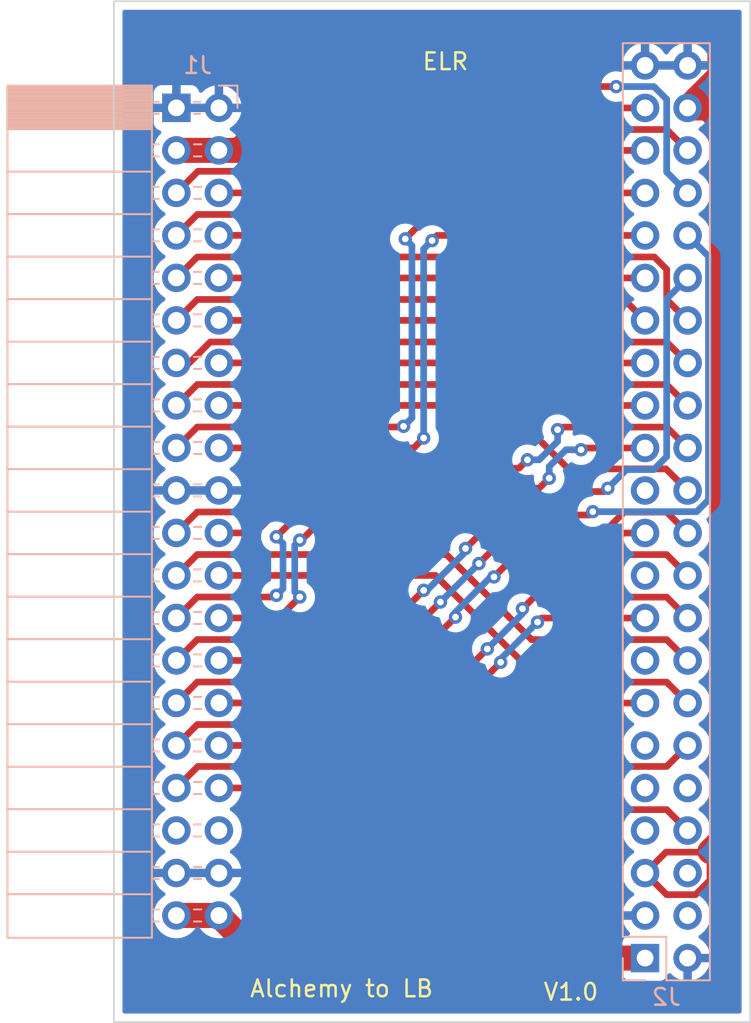
<source format=kicad_pcb>
(kicad_pcb (version 20211014) (generator pcbnew)
  (layers (0 "F.Cu" signal) (31 "B.Cu" signal) (34 "B.Paste" user) (35 "F.Paste" user) (36 "B.SilkS" user "B.Silkscreen") (37 "F.SilkS" user "F.Silkscreen") (38 "B.Mask" user) (39 "F.Mask" user) (44 "Edge.Cuts" user))
  (net 0 "")
  (net 1 "/I2C1_SDA")
  (net 2 "/I2C1_SCL")
  (net 3 "/I2C2_SDA")
  (net 4 "/I2C2_SCL")
  (net 5 "/ADC0")
  (net 6 "/ADC1")
  (net 7 "/ADC4")
  (net 8 "/ADC5")
  (net 9 "/ADC6")
  (net 10 "/ADC7")
  (net 11 "/ADC8")
  (net 12 "/ADC9")
  (net 13 "/GPIO0")
  (net 14 "/GPIO1")
  (net 15 "/GPIO2")
  (net 16 "/GPIO3")
  (net 28 "GND")
  (net 29 "+5V")
  (net 30 "/UART1_RX")
  (net 31 "/UART1_TX")
  (net 32 "/SPI1_MOSI")
  (net 33 "/SPI1_MISO")
  (net 34 "/SPI1_SCK")
  (net 35 "/SPI1_NCS")
  (net 36 "/SPI2_MOSI")
  (net 37 "/SPI2_MISO")
  (net 38 "/SPI2_SCK")
  (net 39 "/SPI2_NCS")
  (net 40 "/ADC2")
  (net 41 "/ADC3")
  (net 42 "/VM")
  (footprint "Connector_PinHeader_2.54mm:PinHeader_2x22_P2.54mm_Vertical" (layer "B.Cu") (at 163.725 126.175)
    (fp_text reference "J2" (at 1.27 2.33) (layer "B.SilkS") (effects (justify mirror)))
    (fp_text value "Conn_02x22_Odd_Even" hide)
    (fp_line (start 1.27 1.33) (end 3.87 1.33) (layer "B.SilkS") (width 0.12))
    (fp_line (start 1.27 -1.27) (end 1.27 1.33) (layer "B.SilkS") (width 0.12))
    (fp_line (start -1.33 -1.27) (end -1.33 -54.67) (layer "B.SilkS") (width 0.12))
    (fp_line (start -1.33 -1.27) (end 1.27 -1.27) (layer "B.SilkS") (width 0.12))
    (fp_line (start -1.33 1.33) (end 0 1.33) (layer "B.SilkS") (width 0.12))
    (fp_line (start 3.87 1.33) (end 3.87 -54.67) (layer "B.SilkS") (width 0.12))
    (fp_line (start -1.33 -54.67) (end 3.87 -54.67) (layer "B.SilkS") (width 0.12))
    (fp_line (start -1.33 0) (end -1.33 1.33) (layer "B.SilkS") (width 0.12))
    (pad "1" thru_hole rect locked (at 0 0) (size 1.7 1.7) (drill 1) (layers *.Cu *.Mask) (net 42 "/VM"))
    (pad "2" thru_hole oval locked (at 2.54 0) (size 1.7 1.7) (drill 1) (layers *.Cu *.Mask) (net 28 "GND"))
    (pad "3" thru_hole oval locked (at 0 -2.54) (size 1.7 1.7) (drill 1) (layers *.Cu *.Mask) (net 28 "GND"))
    (pad "4" thru_hole oval locked (at 2.54 -2.54) (size 1.7 1.7) (drill 1) (layers *.Cu *.Mask))
    (pad "5" thru_hole oval locked (at 0 -5.08) (size 1.7 1.7) (drill 1) (layers *.Cu *.Mask) (net 29 "+5V"))
    (pad "6" thru_hole oval locked (at 2.54 -5.08) (size 1.7 1.7) (drill 1) (layers *.Cu *.Mask))
    (pad "7" thru_hole oval locked (at 0 -7.62) (size 1.7 1.7) (drill 1) (layers *.Cu *.Mask))
    (pad "8" thru_hole oval locked (at 2.54 -7.62) (size 1.7 1.7) (drill 1) (layers *.Cu *.Mask) (net 16 "/GPIO3"))
    (pad "9" thru_hole oval locked (at 0 -10.16) (size 1.7 1.7) (drill 1) (layers *.Cu *.Mask))
    (pad "10" thru_hole oval locked (at 2.54 -10.16) (size 1.7 1.7) (drill 1) (layers *.Cu *.Mask))
    (pad "11" thru_hole oval locked (at 0 -12.7) (size 1.7 1.7) (drill 1) (layers *.Cu *.Mask))
    (pad "12" thru_hole oval locked (at 2.54 -12.7) (size 1.7 1.7) (drill 1) (layers *.Cu *.Mask) (net 15 "/GPIO2"))
    (pad "13" thru_hole oval locked (at 0 -15.24) (size 1.7 1.7) (drill 1) (layers *.Cu *.Mask) (net 14 "/GPIO1"))
    (pad "14" thru_hole oval locked (at 2.54 -15.24) (size 1.7 1.7) (drill 1) (layers *.Cu *.Mask) (net 41 "/ADC3"))
    (pad "15" thru_hole oval locked (at 0 -17.78) (size 1.7 1.7) (drill 1) (layers *.Cu *.Mask))
    (pad "16" thru_hole oval locked (at 2.54 -17.78) (size 1.7 1.7) (drill 1) (layers *.Cu *.Mask) (net 40 "/ADC2"))
    (pad "17" thru_hole oval locked (at 0 -20.32) (size 1.7 1.7) (drill 1) (layers *.Cu *.Mask) (net 13 "/GPIO0"))
    (pad "18" thru_hole oval locked (at 2.54 -20.32) (size 1.7 1.7) (drill 1) (layers *.Cu *.Mask) (net 12 "/ADC9"))
    (pad "19" thru_hole oval locked (at 0 -22.86) (size 1.7 1.7) (drill 1) (layers *.Cu *.Mask))
    (pad "20" thru_hole oval locked (at 2.54 -22.86) (size 1.7 1.7) (drill 1) (layers *.Cu *.Mask) (net 11 "/ADC8"))
    (pad "21" thru_hole oval locked (at 0 -25.4) (size 1.7 1.7) (drill 1) (layers *.Cu *.Mask) (net 10 "/ADC7"))
    (pad "22" thru_hole oval locked (at 2.54 -25.4) (size 1.7 1.7) (drill 1) (layers *.Cu *.Mask) (net 9 "/ADC6"))
    (pad "23" thru_hole oval locked (at 0 -27.94) (size 1.7 1.7) (drill 1) (layers *.Cu *.Mask))
    (pad "24" thru_hole oval locked (at 2.54 -27.94) (size 1.7 1.7) (drill 1) (layers *.Cu *.Mask) (net 39 "/SPI2_NCS"))
    (pad "25" thru_hole oval locked (at 0 -30.48) (size 1.7 1.7) (drill 1) (layers *.Cu *.Mask) (net 6 "/ADC1"))
    (pad "26" thru_hole oval locked (at 2.54 -30.48) (size 1.7 1.7) (drill 1) (layers *.Cu *.Mask) (net 5 "/ADC0"))
    (pad "27" thru_hole oval locked (at 0 -33.02) (size 1.7 1.7) (drill 1) (layers *.Cu *.Mask) (net 38 "/SPI2_SCK"))
    (pad "28" thru_hole oval locked (at 2.54 -33.02) (size 1.7 1.7) (drill 1) (layers *.Cu *.Mask) (net 37 "/SPI2_MISO"))
    (pad "29" thru_hole oval locked (at 0 -35.56) (size 1.7 1.7) (drill 1) (layers *.Cu *.Mask) (net 36 "/SPI2_MOSI"))
    (pad "30" thru_hole oval locked (at 2.54 -35.56) (size 1.7 1.7) (drill 1) (layers *.Cu *.Mask) (net 35 "/SPI1_NCS"))
    (pad "31" thru_hole oval locked (at 0 -38.1) (size 1.7 1.7) (drill 1) (layers *.Cu *.Mask) (net 34 "/SPI1_SCK"))
    (pad "32" thru_hole oval locked (at 2.54 -38.1) (size 1.7 1.7) (drill 1) (layers *.Cu *.Mask) (net 32 "/SPI1_MOSI"))
    (pad "33" thru_hole oval locked (at 0 -40.64) (size 1.7 1.7) (drill 1) (layers *.Cu *.Mask) (net 33 "/SPI1_MISO"))
    (pad "34" thru_hole oval locked (at 2.54 -40.64) (size 1.7 1.7) (drill 1) (layers *.Cu *.Mask) (net 7 "/ADC4"))
    (pad "35" thru_hole oval locked (at 0 -43.18) (size 1.7 1.7) (drill 1) (layers *.Cu *.Mask) (net 4 "/I2C2_SCL"))
    (pad "36" thru_hole oval locked (at 2.54 -43.18) (size 1.7 1.7) (drill 1) (layers *.Cu *.Mask) (net 8 "/ADC5"))
    (pad "37" thru_hole oval locked (at 0 -45.72) (size 1.7 1.7) (drill 1) (layers *.Cu *.Mask) (net 3 "/I2C2_SDA"))
    (pad "38" thru_hole oval locked (at 2.54 -45.72) (size 1.7 1.7) (drill 1) (layers *.Cu *.Mask) (net 1 "/I2C1_SDA"))
    (pad "39" thru_hole oval locked (at 0 -48.26) (size 1.7 1.7) (drill 1) (layers *.Cu *.Mask) (net 31 "/UART1_TX"))
    (pad "40" thru_hole oval locked (at 2.54 -48.26) (size 1.7 1.7) (drill 1) (layers *.Cu *.Mask) (net 30 "/UART1_RX"))
    (pad "41" thru_hole oval locked (at 0 -50.8) (size 1.7 1.7) (drill 1) (layers *.Cu *.Mask) (net 2 "/I2C1_SCL"))
    (pad "42" thru_hole oval locked (at 2.54 -50.8) (size 1.7 1.7) (drill 1) (layers *.Cu *.Mask) (net 29 "+5V"))
    (pad "43" thru_hole oval locked (at 0 -53.34) (size 1.7 1.7) (drill 1) (layers *.Cu *.Mask) (net 28 "GND"))
    (pad "44" thru_hole oval locked (at 2.54 -53.34) (size 1.7 1.7) (drill 1) (layers *.Cu *.Mask) (net 28 "GND"))
  )
  (footprint "pmod-conn_6x2:con_Alchemy_mirrored" (layer "B.Cu") (at 137 99.5 180)
    (fp_text reference "J1" (at 0 26.67 unlocked) (layer "B.SilkS") (effects (justify mirror)))
    (fp_text value "Conn_02x20_Odd_Even" hide)
    (fp_line (start 11.36 22.86) (end 2.73 22.86) (layer "B.SilkS") (width 0.12))
    (fp_line (start 2.73 -24.49) (end 2.32 -24.49) (layer "B.SilkS") (width 0.12))
    (fp_line (start 0.22 -13.61) (end -0.22 -13.61) (layer "B.SilkS") (width 0.12))
    (fp_line (start 11.36 10.16) (end 2.73 10.16) (layer "B.SilkS") (width 0.12))
    (fp_line (start 2.73 -16.87) (end 2.32 -16.87) (layer "B.SilkS") (width 0.12))
    (fp_line (start 0.22 1.63) (end -0.22 1.63) (layer "B.SilkS") (width 0.12))
    (fp_line (start 0.22 3.45) (end -0.22 3.45) (layer "B.SilkS") (width 0.12))
    (fp_line (start 11.36 24.277145) (end 2.73 24.277145) (layer "B.SilkS") (width 0.12))
    (fp_line (start 2.73 19.41) (end 2.32 19.41) (layer "B.SilkS") (width 0.12))
    (fp_line (start 0.22 21.95) (end -0.22 21.95) (layer "B.SilkS") (width 0.12))
    (fp_line (start 11.36 25.221905) (end 2.73 25.221905) (layer "B.SilkS") (width 0.12))
    (fp_line (start 2.73 -1.63) (end 2.32 -1.63) (layer "B.SilkS") (width 0.12))
    (fp_line (start 2.73 -4.17) (end 2.32 -4.17) (layer "B.SilkS") (width 0.12))
    (fp_line (start 2.73 -23.77) (end 2.32 -23.77) (layer "B.SilkS") (width 0.12))
    (fp_line (start 0.22 -21.95) (end -0.22 -21.95) (layer "B.SilkS") (width 0.12))
    (fp_line (start 0.22 -11.07) (end -0.22 -11.07) (layer "B.SilkS") (width 0.12))
    (fp_line (start 11.36 23.92286) (end 2.73 23.92286) (layer "B.SilkS") (width 0.12))
    (fp_line (start 2.73 25.46) (end 2.73 -25.46) (layer "B.SilkS") (width 0.12))
    (fp_line (start 0.22 18.69) (end -0.22 18.69) (layer "B.SilkS") (width 0.12))
    (fp_line (start 0.22 -21.23) (end -0.22 -21.23) (layer "B.SilkS") (width 0.12))
    (fp_line (start 11.36 2.54) (end 2.73 2.54) (layer "B.SilkS") (width 0.12))
    (fp_line (start 0.22 0.91) (end -0.22 0.91) (layer "B.SilkS") (width 0.12))
    (fp_line (start 2.73 23.77) (end 2.32 23.77) (layer "B.SilkS") (width 0.12))
    (fp_line (start -2.38 25.46) (end -2.38 24.13) (layer "B.SilkS") (width 0.12))
    (fp_line (start 11.36 15.24) (end 2.73 15.24) (layer "B.SilkS") (width 0.12))
    (fp_line (start 2.73 -11.07) (end 2.32 -11.07) (layer "B.SilkS") (width 0.12))
    (fp_line (start 2.73 -16.15) (end 2.32 -16.15) (layer "B.SilkS") (width 0.12))
    (fp_line (start 2.73 4.17) (end 2.32 4.17) (layer "B.SilkS") (width 0.12))
    (fp_line (start 2.73 16.87) (end 2.32 16.87) (layer "B.SilkS") (width 0.12))
    (fp_line (start 11.36 -12.7) (end 2.73 -12.7) (layer "B.SilkS") (width 0.12))
    (fp_line (start 11.36 -7.62) (end 2.73 -7.62) (layer "B.SilkS") (width 0.12))
    (fp_line (start 11.36 24.15905) (end 2.73 24.15905) (layer "B.SilkS") (width 0.12))
    (fp_line (start 0.22 -8.53) (end -0.22 -8.53) (layer "B.SilkS") (width 0.12))
    (fp_line (start 2.73 13.61) (end 2.32 13.61) (layer "B.SilkS") (width 0.12))
    (fp_line (start 11.36 25.46) (end 2.73 25.46) (layer "B.SilkS") (width 0.12))
    (fp_line (start 0.22 -5.99) (end -0.22 -5.99) (layer "B.SilkS") (width 0.12))
    (fp_line (start 2.73 -18.69) (end 2.32 -18.69) (layer "B.SilkS") (width 0.12))
    (fp_line (start 2.73 -8.53) (end 2.32 -8.53) (layer "B.SilkS") (width 0.12))
    (fp_line (start 0.22 -16.15) (end -0.22 -16.15) (layer "B.SilkS") (width 0.12))
    (fp_line (start 2.73 -6.71) (end 2.32 -6.71) (layer "B.SilkS") (width 0.12))
    (fp_line (start 11.36 24.86762) (end 2.73 24.86762) (layer "B.SilkS") (width 0.12))
    (fp_line (start 2.73 16.15) (end 2.32 16.15) (layer "B.SilkS") (width 0.12))
    (fp_line (start 0.22 14.33) (end -0.22 14.33) (layer "B.SilkS") (width 0.12))
    (fp_line (start 11.36 22.9781) (end 2.73 22.9781) (layer "B.SilkS") (width 0.12))
    (fp_line (start 2.73 9.25) (end 2.32 9.25) (layer "B.SilkS") (width 0.12))
    (fp_line (start 11.36 -17.78) (end 2.73 -17.78) (layer "B.SilkS") (width 0.12))
    (fp_line (start 11.36 23.096195) (end 2.73 23.096195) (layer "B.SilkS") (width 0.12))
    (fp_line (start 2.73 -14.33) (end 2.32 -14.33) (layer "B.SilkS") (width 0.12))
    (fp_line (start -1.27 25.46) (end -2.38 25.46) (layer "B.SilkS") (width 0.12))
    (fp_line (start 2.73 -0.91) (end 2.32 -0.91) (layer "B.SilkS") (width 0.12))
    (fp_line (start 2.73 -5.99) (end 2.32 -5.99) (layer "B.SilkS") (width 0.12))
    (fp_line (start 0.22 -19.41) (end -0.22 -19.41) (layer "B.SilkS") (width 0.12))
    (fp_line (start 2.73 18.69) (end 2.32 18.69) (layer "B.SilkS") (width 0.12))
    (fp_line (start 0.22 16.15) (end -0.22 16.15) (layer "B.SilkS") (width 0.12))
    (fp_line (start 11.36 23.332385) (end 2.73 23.332385) (layer "B.SilkS") (width 0.12))
    (fp_line (start 11.36 -22.86) (end 2.73 -22.86) (layer "B.SilkS") (width 0.12))
    (fp_line (start 2.73 5.99) (end 2.32 5.99) (layer "B.SilkS") (width 0.12))
    (fp_line (start 11.36 5.08) (end 2.73 5.08) (layer "B.SilkS") (width 0.12))
    (fp_line (start 2.73 -19.41) (end 2.32 -19.41) (layer "B.SilkS") (width 0.12))
    (fp_line (start 2.73 -11.79) (end 2.32 -11.79) (layer "B.SilkS") (width 0.12))
    (fp_line (start 0.22 -16.87) (end -0.22 -16.87) (layer "B.SilkS") (width 0.12))
    (fp_line (start 11.36 24.63143) (end 2.73 24.63143) (layer "B.SilkS") (width 0.12))
    (fp_line (start 11.36 -15.24) (end 2.73 -15.24) (layer "B.SilkS") (width 0.12))
    (fp_line (start 2.73 14.33) (end 2.32 14.33) (layer "B.SilkS") (width 0.12))
    (fp_line (start 2.73 21.23) (end 2.32 21.23) (layer "B.SilkS") (width 0.12))
    (fp_line (start 2.73 -9.25) (end 2.32 -9.25) (layer "B.SilkS") (width 0.12))
    (fp_line (start 0.22 4.17) (end -0.22 4.17) (layer "B.SilkS") (width 0.12))
    (fp_line (start 0.22 11.07) (end -0.22 11.07) (layer "B.SilkS") (width 0.12))
    (fp_line (start 11.36 7.62) (end 2.73 7.62) (layer "B.SilkS") (width 0.12))
    (fp_line (start 0.22 24.49) (end -0.16 24.49) (layer "B.SilkS") (width 0.12))
    (fp_line (start 0.22 9.25) (end -0.22 9.25) (layer "B.SilkS") (width 0.12))
    (fp_line (start 11.36 -5.08) (end 2.73 -5.08) (layer "B.SilkS") (width 0.12))
    (fp_line (start 11.36 12.7) (end 2.73 12.7) (layer "B.SilkS") (width 0.12))
    (fp_line (start 0.22 23.77) (end -0.16 23.77) (layer "B.SilkS") (width 0.12))
    (fp_line (start 11.36 17.78) (end 2.73 17.78) (layer "B.SilkS") (width 0.12))
    (fp_line (start 2.73 21.95) (end 2.32 21.95) (layer "B.SilkS") (width 0.12))
    (fp_line (start 11.36 25.46) (end 11.36 -25.46) (layer "B.SilkS") (width 0.12))
    (fp_line (start 11.36 -25.46) (end 2.73 -25.46) (layer "B.SilkS") (width 0.12))
    (fp_line (start 11.36 -10.16) (end 2.73 -10.16) (layer "B.SilkS") (width 0.12))
    (fp_line (start 11.36 25.10381) (end 2.73 25.10381) (layer "B.SilkS") (width 0.12))
    (fp_line (start 0.22 16.87) (end -0.22 16.87) (layer "B.SilkS") (width 0.12))
    (fp_line (start 2.73 0.91) (end 2.32 0.91) (layer "B.SilkS") (width 0.12))
    (fp_line (start 0.22 -6.71) (end -0.22 -6.71) (layer "B.SilkS") (width 0.12))
    (fp_line (start 0.22 5.99) (end -0.22 5.99) (layer "B.SilkS") (width 0.12))
    (fp_line (start 11.36 23.568575) (end 2.73 23.568575) (layer "B.SilkS") (width 0.12))
    (fp_line (start 11.36 -2.54) (end 2.73 -2.54) (layer "B.SilkS") (width 0.12))
    (fp_line (start 2.73 -13.61) (end 2.32 -13.61) (layer "B.SilkS") (width 0.12))
    (fp_line (start 0.22 21.23) (end -0.22 21.23) (layer "B.SilkS") (width 0.12))
    (fp_line (start 11.36 24.985715) (end 2.73 24.985715) (layer "B.SilkS") (width 0.12))
    (fp_line (start 11.36 0) (end 2.73 0) (layer "B.SilkS") (width 0.12))
    (fp_line (start 2.73 8.53) (end 2.32 8.53) (layer "B.SilkS") (width 0.12))
    (fp_line (start 11.36 23.21429) (end 2.73 23.21429) (layer "B.SilkS") (width 0.12))
    (fp_line (start 11.36 24.749525) (end 2.73 24.749525) (layer "B.SilkS") (width 0.12))
    (fp_line (start 2.73 1.63) (end 2.32 1.63) (layer "B.SilkS") (width 0.12))
    (fp_line (start 11.36 23.804765) (end 2.73 23.804765) (layer "B.SilkS") (width 0.12))
    (fp_line (start 11.36 24.513335) (end 2.73 24.513335) (layer "B.SilkS") (width 0.12))
    (fp_line (start 0.22 11.79) (end -0.22 11.79) (layer "B.SilkS") (width 0.12))
    (fp_line (start 2.73 3.45) (end 2.32 3.45) (layer "B.SilkS") (width 0.12))
    (fp_line (start 2.73 -21.95) (end 2.32 -21.95) (layer "B.SilkS") (width 0.12))
    (fp_line (start 0.22 -0.91) (end -0.22 -0.91) (layer "B.SilkS") (width 0.12))
    (fp_line (start 11.36 -20.32) (end 2.73 -20.32) (layer "B.SilkS") (width 0.12))
    (fp_line (start 0.22 -4.17) (end -0.22 -4.17) (layer "B.SilkS") (width 0.12))
    (fp_line (start 2.73 -21.23) (end 2.32 -21.23) (layer "B.SilkS") (width 0.12))
    (fp_line (start 0.22 19.41) (end -0.22 19.41) (layer "B.SilkS") (width 0.12))
    (fp_line (start 0.22 -3.45) (end -0.22 -3.45) (layer "B.SilkS") (width 0.12))
    (fp_line (start 11.36 23.68667) (end 2.73 23.68667) (layer "B.SilkS") (width 0.12))
    (fp_line (start 0.22 -1.63) (end -0.22 -1.63) (layer "B.SilkS") (width 0.12))
    (fp_line (start 2.73 6.71) (end 2.32 6.71) (layer "B.SilkS") (width 0.12))
    (fp_line (start 11.36 24.040955) (end 2.73 24.040955) (layer "B.SilkS") (width 0.12))
    (fp_line (start 0.22 8.53) (end -0.22 8.53) (layer "B.SilkS") (width 0.12))
    (fp_line (start 2.73 -3.45) (end 2.32 -3.45) (layer "B.SilkS") (width 0.12))
    (fp_line (start 0.22 -18.69) (end -0.22 -18.69) (layer "B.SilkS") (width 0.12))
    (fp_line (start 0.22 -9.25) (end -0.22 -9.25) (layer "B.SilkS") (width 0.12))
    (fp_line (start 11.36 25.34) (end 2.73 25.34) (layer "B.SilkS") (width 0.12))
    (fp_line (start 0.22 -14.33) (end -0.22 -14.33) (layer "B.SilkS") (width 0.12))
    (fp_line (start 2.73 11.07) (end 2.32 11.07) (layer "B.SilkS") (width 0.12))
    (fp_line (start 0.22 -23.77) (end -0.22 -23.77) (layer "B.SilkS") (width 0.12))
    (fp_line (start 2.73 24.49) (end 2.32 24.49) (layer "B.SilkS") (width 0.12))
    (fp_line (start 0.22 13.61) (end -0.22 13.61) (layer "B.SilkS") (width 0.12))
    (fp_line (start 11.36 24.39524) (end 2.73 24.39524) (layer "B.SilkS") (width 0.12))
    (fp_line (start 0.22 6.71) (end -0.22 6.71) (layer "B.SilkS") (width 0.12))
    (fp_line (start 0.22 -24.49) (end -0.22 -24.49) (layer "B.SilkS") (width 0.12))
    (fp_line (start 2.73 11.79) (end 2.32 11.79) (layer "B.SilkS") (width 0.12))
    (fp_line (start 11.36 20.32) (end 2.73 20.32) (layer "B.SilkS") (width 0.12))
    (fp_line (start 0.22 -11.79) (end -0.22 -11.79) (layer "B.SilkS") (width 0.12))
    (fp_line (start 11.36 23.45048) (end 2.73 23.45048) (layer "B.SilkS") (width 0.12))
    (pad "1" thru_hole rect locked (at 1.27 24.13 180) (size 1.7 1.7) (drill 1) (layers *.Cu *.Mask) (net 28 "GND"))
    (pad "2" thru_hole oval locked (at -1.27 24.13 180) (size 1.7 1.7) (drill 1) (layers *.Cu *.Mask) (net 28 "GND"))
    (pad "3" thru_hole oval locked (at 1.27 21.59 180) (size 1.7 1.7) (drill 1) (layers *.Cu *.Mask) (net 29 "+5V"))
    (pad "4" thru_hole oval locked (at -1.27 21.59 180) (size 1.7 1.7) (drill 1) (layers *.Cu *.Mask) (net 29 "+5V"))
    (pad "5" thru_hole oval locked (at 1.27 19.05 180) (size 1.7 1.7) (drill 1) (layers *.Cu *.Mask) (net 1 "/I2C1_SDA"))
    (pad "6" thru_hole oval locked (at -1.27 19.05 180) (size 1.7 1.7) (drill 1) (layers *.Cu *.Mask) (net 2 "/I2C1_SCL"))
    (pad "7" thru_hole oval locked (at 1.27 16.51 180) (size 1.7 1.7) (drill 1) (layers *.Cu *.Mask) (net 30 "/UART1_RX"))
    (pad "8" thru_hole oval locked (at -1.27 16.51 180) (size 1.7 1.7) (drill 1) (layers *.Cu *.Mask) (net 31 "/UART1_TX"))
    (pad "9" thru_hole oval locked (at 1.27 13.97 180) (size 1.7 1.7) (drill 1) (layers *.Cu *.Mask) (net 32 "/SPI1_MOSI"))
    (pad "10" thru_hole oval locked (at -1.27 13.97 180) (size 1.7 1.7) (drill 1) (layers *.Cu *.Mask) (net 33 "/SPI1_MISO"))
    (pad "11" thru_hole oval locked (at 1.27 11.43 180) (size 1.7 1.7) (drill 1) (layers *.Cu *.Mask) (net 34 "/SPI1_SCK"))
    (pad "12" thru_hole oval locked (at -1.27 11.43 180) (size 1.7 1.7) (drill 1) (layers *.Cu *.Mask) (net 35 "/SPI1_NCS"))
    (pad "13" thru_hole oval locked (at 1.27 8.89 180) (size 1.7 1.7) (drill 1) (layers *.Cu *.Mask) (net 36 "/SPI2_MOSI"))
    (pad "14" thru_hole oval locked (at -1.27 8.89 180) (size 1.7 1.7) (drill 1) (layers *.Cu *.Mask) (net 37 "/SPI2_MISO"))
    (pad "15" thru_hole oval locked (at 1.27 6.35 180) (size 1.7 1.7) (drill 1) (layers *.Cu *.Mask) (net 38 "/SPI2_SCK"))
    (pad "16" thru_hole oval locked (at -1.27 6.35 180) (size 1.7 1.7) (drill 1) (layers *.Cu *.Mask) (net 39 "/SPI2_NCS"))
    (pad "17" thru_hole oval locked (at 1.27 3.81 180) (size 1.7 1.7) (drill 1) (layers *.Cu *.Mask) (net 3 "/I2C2_SDA"))
    (pad "18" thru_hole oval locked (at -1.27 3.81 180) (size 1.7 1.7) (drill 1) (layers *.Cu *.Mask) (net 4 "/I2C2_SCL"))
    (pad "19" thru_hole oval locked (at 1.27 1.27 180) (size 1.7 1.7) (drill 1) (layers *.Cu *.Mask) (net 28 "GND"))
    (pad "20" thru_hole oval locked (at -1.27 1.27 180) (size 1.7 1.7) (drill 1) (layers *.Cu *.Mask) (net 28 "GND"))
    (pad "21" thru_hole oval locked (at 1.27 -1.27 180) (size 1.7 1.7) (drill 1) (layers *.Cu *.Mask) (net 5 "/ADC0"))
    (pad "22" thru_hole oval locked (at -1.27 -1.27 180) (size 1.7 1.7) (drill 1) (layers *.Cu *.Mask) (net 6 "/ADC1"))
    (pad "23" thru_hole oval locked (at 1.27 -3.81 180) (size 1.7 1.7) (drill 1) (layers *.Cu *.Mask) (net 40 "/ADC2"))
    (pad "24" thru_hole oval locked (at -1.27 -3.81 180) (size 1.7 1.7) (drill 1) (layers *.Cu *.Mask) (net 41 "/ADC3"))
    (pad "25" thru_hole oval locked (at 1.27 -6.35 180) (size 1.7 1.7) (drill 1) (layers *.Cu *.Mask) (net 7 "/ADC4"))
    (pad "26" thru_hole oval locked (at -1.27 -6.35 180) (size 1.7 1.7) (drill 1) (layers *.Cu *.Mask) (net 8 "/ADC5"))
    (pad "27" thru_hole oval locked (at 1.27 -8.89 180) (size 1.7 1.7) (drill 1) (layers *.Cu *.Mask) (net 9 "/ADC6"))
    (pad "28" thru_hole oval locked (at -1.27 -8.89 180) (size 1.7 1.7) (drill 1) (layers *.Cu *.Mask) (net 10 "/ADC7"))
    (pad "29" thru_hole oval locked (at 1.27 -11.43 180) (size 1.7 1.7) (drill 1) (layers *.Cu *.Mask) (net 11 "/ADC8"))
    (pad "30" thru_hole oval locked (at -1.27 -11.43 180) (size 1.7 1.7) (drill 1) (layers *.Cu *.Mask) (net 12 "/ADC9"))
    (pad "31" thru_hole oval locked (at 1.27 -13.97 180) (size 1.7 1.7) (drill 1) (layers *.Cu *.Mask) (net 13 "/GPIO0"))
    (pad "32" thru_hole oval locked (at -1.27 -13.97 180) (size 1.7 1.7) (drill 1) (layers *.Cu *.Mask) (net 14 "/GPIO1"))
    (pad "33" thru_hole oval locked (at 1.27 -16.51 180) (size 1.7 1.7) (drill 1) (layers *.Cu *.Mask) (net 15 "/GPIO2"))
    (pad "34" thru_hole oval locked (at -1.27 -16.51 180) (size 1.7 1.7) (drill 1) (layers *.Cu *.Mask) (net 16 "/GPIO3"))
    (pad "35" thru_hole oval locked (at 1.27 -19.05 180) (size 1.7 1.7) (drill 1) (layers *.Cu *.Mask))
    (pad "36" thru_hole oval locked (at -1.27 -19.05 180) (size 1.7 1.7) (drill 1) (layers *.Cu *.Mask))
    (pad "37" thru_hole oval locked (at 1.27 -21.59 180) (size 1.7 1.7) (drill 1) (layers *.Cu *.Mask) (net 28 "GND"))
    (pad "38" thru_hole oval locked (at -1.27 -21.59 180) (size 1.7 1.7) (drill 1) (layers *.Cu *.Mask) (net 28 "GND"))
    (pad "39" thru_hole oval locked (at 1.27 -24.13 180) (size 1.7 1.7) (drill 1) (layers *.Cu *.Mask) (net 42 "/VM"))
    (pad "40" thru_hole oval locked (at -1.27 -24.13 180) (size 1.7 1.7) (drill 1) (layers *.Cu *.Mask) (net 42 "/VM"))
  )
  (gr_rect locked (start 132 69) (end 170 130) (layer "Edge.Cuts") (width 0.1) (fill none))
  (gr_text "ELR" (at 151.8 72.6) (layer "F.SilkS") (effects (font (size 1 1))))
  (gr_text "V1.0" (at 159.3 128.2) (layer "F.SilkS") (effects (font (size 1 1))))
  (gr_text "Alchemy to LB" (at 145.6 128) (layer "F.SilkS") (effects (font (size 1 1))))
  (segment (start 146.740489 79.159511) (end 151.8 74.1) (width 0.4) (layer "F.Cu") (net 1))
  (segment (start 162 74.1) (end 151.8 74.1) (width 0.4) (layer "F.Cu") (net 1))
  (segment (start 135.73 80.45) (end 137.020489 79.159511) (width 0.4) (layer "F.Cu") (net 1))
  (segment (start 137.020489 79.159511) (end 146.740489 79.159511) (width 0.4) (layer "F.Cu") (net 1))
  (via (at 162 74.1) (size 0.8) (drill 0.4) (layers "F.Cu" "B.Cu") (net 1))
  (segment (start 165.015489 74.857435) (end 164.258054 74.1) (width 0.4) (layer "B.Cu") (net 1))
  (segment (start 165.015489 79.205489) (end 165.015489 74.857435) (width 0.4) (layer "B.Cu") (net 1))
  (segment (start 166.265 80.455) (end 165.015489 79.205489) (width 0.4) (layer "B.Cu") (net 1))
  (segment (start 164.258054 74.1) (end 162 74.1) (width 0.4) (layer "B.Cu") (net 1))
  (segment (start 152.325 75.375) (end 163.725 75.375) (width 0.4) (layer "F.Cu") (net 2))
  (segment (start 147.25 80.45) (end 152.325 75.375) (width 0.4) (layer "F.Cu") (net 2))
  (segment (start 138.27 80.45) (end 147.25 80.45) (width 0.4) (layer "F.Cu") (net 2))
  (segment (start 152.145 80.455) (end 163.725 80.455) (width 0.4) (layer "F.Cu") (net 3))
  (segment (start 149.4 83.2) (end 152.145 80.455) (width 0.4) (layer "F.Cu") (net 3))
  (segment (start 136.979511 94.440489) (end 149.259511 94.440489) (width 0.4) (layer "F.Cu") (net 3))
  (segment (start 149.259511 94.440489) (end 149.3 94.4) (width 0.4) (layer "F.Cu") (net 3))
  (segment (start 135.73 95.69) (end 136.979511 94.440489) (width 0.4) (layer "F.Cu") (net 3))
  (via (at 149.4 83.2) (size 0.8) (drill 0.4) (layers "F.Cu" "B.Cu") (net 3))
  (via (at 149.3 94.4) (size 0.8) (drill 0.4) (layers "F.Cu" "B.Cu") (net 3))
  (segment (start 149.3 94.4) (end 149.8 93.9) (width 0.4) (layer "B.Cu") (net 3))
  (segment (start 149.8 93.9) (end 149.8 83.6) (width 0.4) (layer "B.Cu") (net 3))
  (segment (start 149.8 83.6) (end 149.4 83.2) (width 0.4) (layer "B.Cu") (net 3))
  (segment (start 151 83.3) (end 151.305 82.995) (width 0.4) (layer "F.Cu") (net 4))
  (segment (start 149.91 95.69) (end 138.27 95.69) (width 0.4) (layer "F.Cu") (net 4))
  (segment (start 150.5 95.1) (end 149.91 95.69) (width 0.4) (layer "F.Cu") (net 4))
  (segment (start 151.305 82.995) (end 163.725 82.995) (width 0.4) (layer "F.Cu") (net 4))
  (via (at 150.5 95.1) (size 0.8) (drill 0.4) (layers "F.Cu" "B.Cu") (net 4))
  (via (at 151 83.3) (size 0.8) (drill 0.4) (layers "F.Cu" "B.Cu") (net 4))
  (segment (start 150.5 83.8) (end 151 83.3) (width 0.4) (layer "B.Cu") (net 4))
  (segment (start 150.5 95.1) (end 150.5 83.8) (width 0.4) (layer "B.Cu") (net 4))
  (segment (start 165.015489 94.445489) (end 166.265 95.695) (width 0.4) (layer "F.Cu") (net 5))
  (segment (start 139.879511 99.520489) (end 136.979511 99.520489) (width 0.4) (layer "F.Cu") (net 5))
  (segment (start 142.5 96.9) (end 139.879511 99.520489) (width 0.4) (layer "F.Cu") (net 5))
  (segment (start 136.979511 99.520489) (end 135.73 100.77) (width 0.4) (layer "F.Cu") (net 5))
  (segment (start 158.5 94.6) (end 158.654511 94.445489) (width 0.4) (layer "F.Cu") (net 5))
  (segment (start 158.654511 94.445489) (end 165.015489 94.445489) (width 0.4) (layer "F.Cu") (net 5))
  (segment (start 156.7 96.4) (end 156.2 96.9) (width 0.4) (layer "F.Cu") (net 5))
  (segment (start 156.2 96.9) (end 142.5 96.9) (width 0.4) (layer "F.Cu") (net 5))
  (via (at 156.7 96.4) (size 0.8) (drill 0.4) (layers "F.Cu" "B.Cu") (net 5))
  (via (at 158.5 94.6) (size 0.8) (drill 0.4) (layers "F.Cu" "B.Cu") (net 5))
  (segment (start 158.5 95.3) (end 158.5 94.6) (width 0.4) (layer "B.Cu") (net 5))
  (segment (start 157.4 96.4) (end 158.5 95.3) (width 0.4) (layer "B.Cu") (net 5))
  (segment (start 156.7 96.4) (end 157.4 96.4) (width 0.4) (layer "B.Cu") (net 5))
  (segment (start 138.27 100.77) (end 140.43 100.77) (width 0.4) (layer "F.Cu") (net 6))
  (segment (start 160.005 95.695) (end 163.725 95.695) (width 0.4) (layer "F.Cu") (net 6))
  (segment (start 157.4 98.1) (end 158 97.5) (width 0.4) (layer "F.Cu") (net 6))
  (segment (start 143.1 98.1) (end 157.4 98.1) (width 0.4) (layer "F.Cu") (net 6))
  (segment (start 159.9 95.8) (end 160.005 95.695) (width 0.4) (layer "F.Cu") (net 6))
  (segment (start 140.43 100.77) (end 143.1 98.1) (width 0.4) (layer "F.Cu") (net 6))
  (via (at 158 97.5) (size 0.8) (drill 0.4) (layers "F.Cu" "B.Cu") (net 6))
  (via (at 159.9 95.8) (size 0.8) (drill 0.4) (layers "F.Cu" "B.Cu") (net 6))
  (segment (start 158 97.5) (end 158 96.8) (width 0.4) (layer "B.Cu") (net 6))
  (segment (start 158 96.8) (end 159 95.8) (width 0.4) (layer "B.Cu") (net 6))
  (segment (start 159 95.8) (end 159.9 95.8) (width 0.4) (layer "B.Cu") (net 6))
  (segment (start 159.400489 98.299511) (end 158.7 99) (width 0.4) (layer "F.Cu") (net 7))
  (segment (start 143.7 99) (end 141.7 101) (width 0.4) (layer "F.Cu") (net 7))
  (segment (start 135.73 105.85) (end 136.979511 104.600489) (width 0.4) (layer "F.Cu") (net 7))
  (segment (start 141.599511 104.600489) (end 141.7 104.5) (width 0.4) (layer "F.Cu") (net 7))
  (segment (start 158.7 99) (end 143.7 99) (width 0.4) (layer "F.Cu") (net 7))
  (segment (start 161.300489 98.299511) (end 159.400489 98.299511) (width 0.4) (layer "F.Cu") (net 7))
  (segment (start 136.979511 104.600489) (end 141.599511 104.600489) (width 0.4) (layer "F.Cu") (net 7))
  (segment (start 161.5 98.1) (end 161.300489 98.299511) (width 0.4) (layer "F.Cu") (net 7))
  (via (at 161.5 98.1) (size 0.8) (drill 0.4) (layers "F.Cu" "B.Cu") (net 7))
  (via (at 141.7 101) (size 0.8) (drill 0.4) (layers "F.Cu" "B.Cu") (net 7))
  (via (at 141.7 104.5) (size 0.8) (drill 0.4) (layers "F.Cu" "B.Cu") (net 7))
  (segment (start 141.7 101) (end 142.10048 101.40048) (width 0.4) (layer "B.Cu") (net 7))
  (segment (start 162.614511 96.985489) (end 161.5 98.1) (width 0.4) (layer "B.Cu") (net 7))
  (segment (start 165.015489 96.212565) (end 164.242565 96.985489) (width 0.4) (layer "B.Cu") (net 7))
  (segment (start 164.242565 96.985489) (end 162.614511 96.985489) (width 0.4) (layer "B.Cu") (net 7))
  (segment (start 142.10048 101.40048) (end 142.10048 104.09952) (width 0.4) (layer "B.Cu") (net 7))
  (segment (start 142.10048 104.09952) (end 141.7 104.5) (width 0.4) (layer "B.Cu") (net 7))
  (segment (start 166.265 85.535) (end 165.015489 86.784511) (width 0.4) (layer "B.Cu") (net 7))
  (segment (start 165.015489 86.784511) (end 165.015489 96.212565) (width 0.4) (layer "B.Cu") (net 7))
  (segment (start 138.27 105.85) (end 141.85 105.85) (width 0.4) (layer "F.Cu") (net 8))
  (segment (start 144.7 99.7) (end 143.2 101.2) (width 0.4) (layer "F.Cu") (net 8))
  (segment (start 160.6 99.5) (end 160.4 99.7) (width 0.4) (layer "F.Cu") (net 8))
  (segment (start 143.2 101.2) (end 143.1 101.2) (width 0.4) (layer "F.Cu") (net 8))
  (segment (start 160.4 99.7) (end 144.7 99.7) (width 0.4) (layer "F.Cu") (net 8))
  (segment (start 141.85 105.85) (end 143.1 104.6) (width 0.4) (layer "F.Cu") (net 8))
  (via (at 143.1 104.6) (size 0.8) (drill 0.4) (layers "F.Cu" "B.Cu") (net 8))
  (via (at 160.6 99.5) (size 0.8) (drill 0.4) (layers "F.Cu" "B.Cu") (net 8))
  (via (at 143.1 101.2) (size 0.8) (drill 0.4) (layers "F.Cu" "B.Cu") (net 8))
  (segment (start 166.808054 99.5) (end 167.514511 98.793543) (width 0.4) (layer "B.Cu") (net 8))
  (segment (start 167.514511 98.793543) (end 167.514511 84.244511) (width 0.4) (layer "B.Cu") (net 8))
  (segment (start 160.6 99.5) (end 166.808054 99.5) (width 0.4) (layer "B.Cu") (net 8))
  (segment (start 143.1 101.2) (end 142.8 101.5) (width 0.4) (layer "B.Cu") (net 8))
  (segment (start 167.514511 84.244511) (end 166.265 82.995) (width 0.4) (layer "B.Cu") (net 8))
  (segment (start 142.8 104.3) (end 143.1 104.6) (width 0.4) (layer "B.Cu") (net 8))
  (segment (start 142.8 101.5) (end 142.8 104.3) (width 0.4) (layer "B.Cu") (net 8))
  (segment (start 153 101.7) (end 154 100.7) (width 0.4) (layer "F.Cu") (net 9))
  (segment (start 150.5 104.2) (end 147.559511 107.140489) (width 0.4) (layer "F.Cu") (net 9))
  (segment (start 147.559511 107.140489) (end 136.979511 107.140489) (width 0.4) (layer "F.Cu") (net 9))
  (segment (start 136.979511 107.140489) (end 135.73 108.39) (width 0.4) (layer "F.Cu") (net 9))
  (segment (start 154 100.7) (end 161.3 100.7) (width 0.4) (layer "F.Cu") (net 9))
  (segment (start 165.015489 99.525489) (end 166.265 100.775) (width 0.4) (layer "F.Cu") (net 9))
  (segment (start 161.3 100.7) (end 162.474511 99.525489) (width 0.4) (layer "F.Cu") (net 9))
  (segment (start 162.474511 99.525489) (end 165.015489 99.525489) (width 0.4) (layer "F.Cu") (net 9))
  (via (at 153 101.7) (size 0.8) (drill 0.4) (layers "F.Cu" "B.Cu") (net 9))
  (via (at 150.5 104.2) (size 0.8) (drill 0.4) (layers "F.Cu" "B.Cu") (net 9))
  (segment (start 150.7 104.2) (end 153 101.9) (width 0.4) (layer "B.Cu") (net 9))
  (segment (start 153 101.9) (end 153 101.7) (width 0.4) (layer "B.Cu") (net 9))
  (segment (start 150.5 104.2) (end 150.7 104.2) (width 0.4) (layer "B.Cu") (net 9))
  (segment (start 154.7 101.7) (end 161.5 101.7) (width 0.4) (layer "F.Cu") (net 10))
  (segment (start 162.425 100.775) (end 163.725 100.775) (width 0.4) (layer "F.Cu") (net 10))
  (segment (start 161.5 101.7) (end 162.425 100.775) (width 0.4) (layer "F.Cu") (net 10))
  (segment (start 138.27 108.39) (end 148.01 108.39) (width 0.4) (layer "F.Cu") (net 10))
  (segment (start 153.8 102.6) (end 154.7 101.7) (width 0.4) (layer "F.Cu") (net 10))
  (segment (start 148.01 108.39) (end 151.5 104.9) (width 0.4) (layer "F.Cu") (net 10))
  (via (at 153.8 102.6) (size 0.8) (drill 0.4) (layers "F.Cu" "B.Cu") (net 10))
  (via (at 151.5 104.9) (size 0.8) (drill 0.4) (layers "F.Cu" "B.Cu") (net 10))
  (segment (start 153.8 102.6) (end 151.5 104.9) (width 0.4) (layer "B.Cu") (net 10))
  (segment (start 162.534511 102.065489) (end 165.015489 102.065489) (width 0.4) (layer "F.Cu") (net 11))
  (segment (start 162 102.6) (end 162.534511 102.065489) (width 0.4) (layer "F.Cu") (net 11))
  (segment (start 154.7 103.4) (end 155.5 102.6) (width 0.4) (layer "F.Cu") (net 11))
  (segment (start 152.4 105.8) (end 148.519511 109.680489) (width 0.4) (layer "F.Cu") (net 11))
  (segment (start 136.979511 109.680489) (end 135.73 110.93) (width 0.4) (layer "F.Cu") (net 11))
  (segment (start 165.015489 102.065489) (end 166.265 103.315) (width 0.4) (layer "F.Cu") (net 11))
  (segment (start 155.5 102.6) (end 162 102.6) (width 0.4) (layer "F.Cu") (net 11))
  (segment (start 148.519511 109.680489) (end 136.979511 109.680489) (width 0.4) (layer "F.Cu") (net 11))
  (via (at 152.4 105.8) (size 0.8) (drill 0.4) (layers "F.Cu" "B.Cu") (net 11))
  (via (at 154.7 103.4) (size 0.8) (drill 0.4) (layers "F.Cu" "B.Cu") (net 11))
  (segment (start 152.4 105.5) (end 154.5 103.4) (width 0.4) (layer "B.Cu") (net 11))
  (segment (start 152.4 105.8) (end 152.4 105.5) (width 0.4) (layer "B.Cu") (net 11))
  (segment (start 154.5 103.4) (end 154.7 103.4) (width 0.4) (layer "B.Cu") (net 11))
  (segment (start 138.27 110.93) (end 151.07 110.93) (width 0.4) (layer "F.Cu") (net 12))
  (segment (start 166.265 105.855) (end 165.015489 104.605489) (width 0.4) (layer "F.Cu") (net 12))
  (segment (start 151.07 110.93) (end 154.3 107.7) (width 0.4) (layer "F.Cu") (net 12))
  (segment (start 165.015489 104.605489) (end 157.094511 104.605489) (width 0.4) (layer "F.Cu") (net 12))
  (segment (start 157.094511 104.605489) (end 156.4 105.3) (width 0.4) (layer "F.Cu") (net 12))
  (via (at 156.4 105.3) (size 0.8) (drill 0.4) (layers "F.Cu" "B.Cu") (net 12))
  (via (at 154.3 107.7) (size 0.8) (drill 0.4) (layers "F.Cu" "B.Cu") (net 12))
  (segment (start 156.4 105.3) (end 156.4 105.6) (width 0.4) (layer "B.Cu") (net 12))
  (segment (start 156.4 105.6) (end 154.3 107.7) (width 0.4) (layer "B.Cu") (net 12))
  (segment (start 163.725 105.855) (end 157.545 105.855) (width 0.4) (layer "F.Cu") (net 13))
  (segment (start 136.979511 112.220489) (end 151.379511 112.220489) (width 0.4) (layer "F.Cu") (net 13))
  (segment (start 157.545 105.855) (end 157.3 106.1) (width 0.4) (layer "F.Cu") (net 13))
  (segment (start 151.379511 112.220489) (end 155.1 108.5) (width 0.4) (layer "F.Cu") (net 13))
  (segment (start 135.73 113.47) (end 136.979511 112.220489) (width 0.4) (layer "F.Cu") (net 13))
  (via (at 155.1 108.5) (size 0.8) (drill 0.4) (layers "F.Cu" "B.Cu") (net 13))
  (via (at 157.3 106.1) (size 0.8) (drill 0.4) (layers "F.Cu" "B.Cu") (net 13))
  (segment (start 155.1 108.3) (end 157.3 106.1) (width 0.4) (layer "B.Cu") (net 13))
  (segment (start 155.1 108.5) (end 155.1 108.3) (width 0.4) (layer "B.Cu") (net 13))
  (segment (start 159.83 113.47) (end 138.27 113.47) (width 0.4) (layer "F.Cu") (net 14))
  (segment (start 163.725 110.935) (end 162.365 110.935) (width 0.4) (layer "F.Cu") (net 14))
  (segment (start 162.365 110.935) (end 159.83 113.47) (width 0.4) (layer "F.Cu") (net 14))
  (segment (start 137.015489 114.724511) (end 135.73 116.01) (width 0.4) (layer "F.Cu") (net 15))
  (segment (start 165.015489 114.724511) (end 137.015489 114.724511) (width 0.4) (layer "F.Cu") (net 15))
  (segment (start 166.265 113.475) (end 165.015489 114.724511) (width 0.4) (layer "F.Cu") (net 15))
  (segment (start 160.01 116.01) (end 138.27 116.01) (width 0.4) (layer "F.Cu") (net 16))
  (segment (start 166.265 118.555) (end 165.015489 117.305489) (width 0.4) (layer "F.Cu") (net 16))
  (segment (start 165.015489 117.305489) (end 161.305489 117.305489) (width 0.4) (layer "F.Cu") (net 16))
  (segment (start 161.305489 117.305489) (end 160.01 116.01) (width 0.4) (layer "F.Cu") (net 16))
  (segment (start 167.6 121.527076) (end 167.6 119.8) (width 0.4) (layer "F.Cu") (net 29))
  (segment (start 167.467081 75.375) (end 168.4 76.307919) (width 1.5) (layer "F.Cu") (net 29))
  (segment (start 163.725 121.095) (end 164.974511 119.845489) (width 0.4) (layer "F.Cu") (net 29))
  (segment (start 163.725 121.095) (end 165.015489 122.385489) (width 0.4) (layer "F.Cu") (net 29))
  (segment (start 146.582081 70.8) (end 167.4 70.8) (width 1.5) (layer "F.Cu") (net 29))
  (segment (start 139.472081 77.91) (end 146.582081 70.8) (width 1.5) (layer "F.Cu") (net 29))
  (segment (start 168.4 76.307919) (end 168.4 87.6) (width 1.5) (layer "F.Cu") (net 29))
  (segment (start 166.269894 75.375) (end 168.2 73.444894) (width 1.5) (layer "F.Cu") (net 29))
  (segment (start 167.554511 119.845489) (end 167.6 119.8) (width 0.4) (layer "F.Cu") (net 29))
  (segment (start 166.741587 122.385489) (end 167.6 121.527076) (width 0.4) (layer "F.Cu") (net 29))
  (segment (start 166.265 75.375) (end 166.269894 75.375) (width 1.5) (layer "F.Cu") (net 29))
  (segment (start 168.4 119) (end 167.6 119.8) (width 1.5) (layer "F.Cu") (net 29))
  (segment (start 138.27 77.91) (end 139.472081 77.91) (width 1.5) (layer "F.Cu") (net 29))
  (segment (start 168.4 87.6) (end 168.4 104.4) (width 1.5) (layer "F.Cu") (net 29))
  (segment (start 168.2 73.444894) (end 168.2 71.6) (width 1.5) (layer "F.Cu") (net 29))
  (segment (start 164.974511 119.845489) (end 167.554511 119.845489) (width 0.4) (layer "F.Cu") (net 29))
  (segment (start 168.2 71.6) (end 167.4 70.8) (width 1.5) (layer "F.Cu") (net 29))
  (segment (start 166.265 75.375) (end 167.467081 75.375) (width 1.5) (layer "F.Cu") (net 29))
  (segment (start 165.015489 122.385489) (end 166.741587 122.385489) (width 0.4) (layer "F.Cu") (net 29))
  (segment (start 168.4 104.4) (end 168.4 119) (width 1.5) (layer "F.Cu") (net 29))
  (segment (start 138.27 77.91) (end 135.73 77.91) (width 1.5) (layer "F.Cu") (net 29))
  (segment (start 165.015489 76.665489) (end 166.265 77.915) (width 0.4) (layer "F.Cu") (net 30))
  (segment (start 152.534511 76.665489) (end 165.015489 76.665489) (width 0.4) (layer "F.Cu") (net 30))
  (segment (start 136.979511 81.740489) (end 147.459511 81.740489) (width 0.4) (layer "F.Cu") (net 30))
  (segment (start 135.73 82.99) (end 136.979511 81.740489) (width 0.4) (layer "F.Cu") (net 30))
  (segment (start 147.459511 81.740489) (end 152.534511 76.665489) (width 0.4) (layer "F.Cu") (net 30))
  (segment (start 147.59 82.99) (end 138.27 82.99) (width 0.4) (layer "F.Cu") (net 31))
  (segment (start 147.6 83) (end 147.59 82.99) (width 0.4) (layer "F.Cu") (net 31))
  (segment (start 152.685 77.915) (end 147.6 83) (width 0.4) (layer "F.Cu") (net 31))
  (segment (start 163.725 77.915) (end 152.685 77.915) (width 0.4) (layer "F.Cu") (net 31))
  (segment (start 165.015489 86.825489) (end 166.265 88.075) (width 0.4) (layer "F.Cu") (net 32))
  (segment (start 136.979511 84.280489) (end 164.278543 84.280489) (width 0.4) (layer "F.Cu") (net 32))
  (segment (start 164.278543 84.280489) (end 165.015489 85.017435) (width 0.4) (layer "F.Cu") (net 32))
  (segment (start 165.015489 85.017435) (end 165.015489 86.825489) (width 0.4) (layer "F.Cu") (net 32))
  (segment (start 135.73 85.53) (end 136.979511 84.280489) (width 0.4) (layer "F.Cu") (net 32))
  (segment (start 138.275 85.535) (end 138.27 85.53) (width 0.4) (layer "F.Cu") (net 33))
  (segment (start 163.725 85.535) (end 138.275 85.535) (width 0.4) (layer "F.Cu") (net 33))
  (segment (start 136.979511 86.820489) (end 162.470489 86.820489) (width 0.4) (layer "F.Cu") (net 34))
  (segment (start 162.470489 86.820489) (end 163.725 88.075) (width 0.4) (layer "F.Cu") (net 34))
  (segment (start 135.73 88.07) (end 136.979511 86.820489) (width 0.4) (layer "F.Cu") (net 34))
  (segment (start 165.015489 89.365489) (end 162.065489 89.365489) (width 0.4) (layer "F.Cu") (net 35))
  (segment (start 166.265 90.615) (end 165.015489 89.365489) (width 0.4) (layer "F.Cu") (net 35))
  (segment (start 160.77 88.07) (end 138.27 88.07) (width 0.4) (layer "F.Cu") (net 35))
  (segment (start 162.065489 89.365489) (end 160.77 88.07) (width 0.4) (layer "F.Cu") (net 35))
  (segment (start 136.502924 90.61) (end 137.752435 89.360489) (width 0.4) (layer "F.Cu") (net 36))
  (segment (start 160.160489 89.360489) (end 161.415 90.615) (width 0.4) (layer "F.Cu") (net 36))
  (segment (start 161.415 90.615) (end 163.725 90.615) (width 0.4) (layer "F.Cu") (net 36))
  (segment (start 137.752435 89.360489) (end 160.160489 89.360489) (width 0.4) (layer "F.Cu") (net 36))
  (segment (start 135.73 90.61) (end 136.502924 90.61) (width 0.4) (layer "F.Cu") (net 36))
  (segment (start 160.705489 91.905489) (end 159.41 90.61) (width 0.4) (layer "F.Cu") (net 37))
  (segment (start 159.41 90.61) (end 138.27 90.61) (width 0.4) (layer "F.Cu") (net 37))
  (segment (start 166.265 93.155) (end 165.015489 91.905489) (width 0.4) (layer "F.Cu") (net 37))
  (segment (start 165.015489 91.905489) (end 160.705489 91.905489) (width 0.4) (layer "F.Cu") (net 37))
  (segment (start 136.979511 91.900489) (end 135.73 93.15) (width 0.4) (layer "F.Cu") (net 38))
  (segment (start 158.700489 91.900489) (end 136.979511 91.900489) (width 0.4) (layer "F.Cu") (net 38))
  (segment (start 159.955 93.155) (end 158.700489 91.900489) (width 0.4) (layer "F.Cu") (net 38))
  (segment (start 163.725 93.155) (end 159.955 93.155) (width 0.4) (layer "F.Cu") (net 38))
  (segment (start 159.144511 96.944511) (end 164.974511 96.944511) (width 0.4) (layer "F.Cu") (net 39))
  (segment (start 164.974511 96.944511) (end 166.265 98.235) (width 0.4) (layer "F.Cu") (net 39))
  (segment (start 138.27 93.15) (end 155.35 93.15) (width 0.4) (layer "F.Cu") (net 39))
  (segment (start 155.35 93.15) (end 159.144511 96.944511) (width 0.4) (layer "F.Cu") (net 39))
  (segment (start 165.015489 107.145489) (end 156.945489 107.145489) (width 0.4) (layer "F.Cu") (net 40))
  (segment (start 156.945489 107.145489) (end 151.860489 102.060489) (width 0.4) (layer "F.Cu") (net 40))
  (segment (start 166.265 108.395) (end 165.015489 107.145489) (width 0.4) (layer "F.Cu") (net 40))
  (segment (start 151.860489 102.060489) (end 136.979511 102.060489) (width 0.4) (layer "F.Cu") (net 40))
  (segment (start 136.979511 102.060489) (end 135.73 103.31) (width 0.4) (layer "F.Cu") (net 40))
  (segment (start 157.585489 109.685489) (end 151.21 103.31) (width 0.4) (layer "F.Cu") (net 41))
  (segment (start 165.015489 109.685489) (end 157.585489 109.685489) (width 0.4) (layer "F.Cu") (net 41))
  (segment (start 166.265 110.935) (end 165.015489 109.685489) (width 0.4) (layer "F.Cu") (net 41))
  (segment (start 151.21 103.31) (end 138.27 103.31) (width 0.4) (layer "F.Cu") (net 41))
  (segment (start 163.725 126.175) (end 140.815 126.175) (width 1.5) (layer "F.Cu") (net 42))
  (segment (start 140.815 126.175) (end 138.27 123.63) (width 1.5) (layer "F.Cu") (net 42))
  (segment (start 135.73 123.63) (end 138.27 123.63) (width 1.5) (layer "F.Cu") (net 42))
  (zone (net 28) (net_name "GND") (layer "B.Cu") (connect_pads (clearance 0.508)) (min_thickness 0.254) (fill yes (thermal_gap 0.508) (thermal_bridge_width 0.508))
    (polygon (pts (xy 170 130) (xy 132 130) (xy 132 69) (xy 170 69)))
  )
)
</source>
